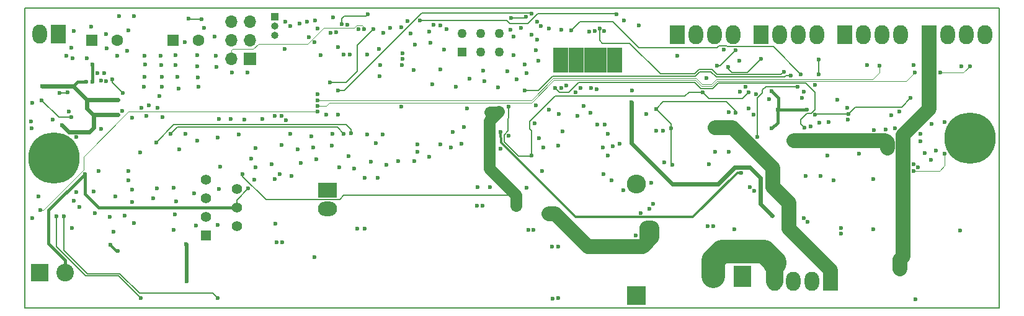
<source format=gbr>
G04 #@! TF.FileFunction,Copper,L3,Inr,Signal*
%FSLAX46Y46*%
G04 Gerber Fmt 4.6, Leading zero omitted, Abs format (unit mm)*
G04 Created by KiCad (PCBNEW 4.0.7) date 06/15/18 18:23:30*
%MOMM*%
%LPD*%
G01*
G04 APERTURE LIST*
%ADD10C,0.100000*%
%ADD11C,0.150000*%
%ADD12R,1.600000X1.600000*%
%ADD13C,1.600000*%
%ADD14R,2.600000X2.600000*%
%ADD15O,2.600000X2.600000*%
%ADD16C,7.000000*%
%ADD17R,1.700000X1.700000*%
%ADD18O,1.700000X1.700000*%
%ADD19R,1.000000X1.000000*%
%ADD20O,1.000000X1.000000*%
%ADD21R,2.350000X3.000000*%
%ADD22O,2.350000X3.000000*%
%ADD23C,1.270000*%
%ADD24R,1.270000X1.270000*%
%ADD25R,2.000000X2.600000*%
%ADD26O,2.000000X2.600000*%
%ADD27R,1.397000X1.397000*%
%ADD28C,1.397000*%
%ADD29R,1.100000X0.890000*%
%ADD30R,2.600000X2.000000*%
%ADD31O,2.600000X2.000000*%
%ADD32C,2.400000*%
%ADD33R,2.400000X2.400000*%
%ADD34C,0.600000*%
%ADD35C,0.159000*%
%ADD36C,0.200000*%
%ADD37C,0.125000*%
%ADD38C,1.570000*%
%ADD39C,2.000000*%
%ADD40C,3.200000*%
%ADD41C,2.400000*%
%ADD42C,0.415000*%
%ADD43C,0.500000*%
%ADD44C,0.300000*%
%ADD45C,0.555000*%
G04 APERTURE END LIST*
D10*
D11*
X25000000Y-164000000D02*
X25000000Y-123000000D01*
X158000000Y-164000000D02*
X25000000Y-164000000D01*
X158000000Y-123000000D02*
X158000000Y-164000000D01*
X25000000Y-123000000D02*
X158000000Y-123000000D01*
D12*
X45200000Y-127450000D03*
D13*
X48700000Y-127450000D03*
D12*
X34100000Y-127450000D03*
D13*
X37600000Y-127450000D03*
D14*
X108490000Y-162350000D03*
D15*
X108490000Y-147110000D03*
D16*
X154010000Y-140810000D03*
D17*
X55690000Y-129950000D03*
D18*
X53150000Y-129950000D03*
X55690000Y-127410000D03*
X53150000Y-127410000D03*
X55690000Y-124870000D03*
X53150000Y-124870000D03*
D19*
X59090000Y-124250000D03*
D20*
X59090000Y-125520000D03*
X59090000Y-126790000D03*
D21*
X122950000Y-159700000D03*
D22*
X118990000Y-159700000D03*
D23*
X84690000Y-126480000D03*
X87230000Y-126480000D03*
X89770000Y-126480000D03*
D24*
X84690000Y-129020000D03*
D23*
X87230000Y-129020000D03*
X89770000Y-129020000D03*
D25*
X125520000Y-126650000D03*
D26*
X128060000Y-126650000D03*
X130600000Y-126650000D03*
X133140000Y-126650000D03*
D25*
X114080000Y-126650000D03*
D26*
X116620000Y-126650000D03*
X119160000Y-126650000D03*
X121700000Y-126650000D03*
D25*
X136950000Y-126650000D03*
D26*
X139490000Y-126650000D03*
X142030000Y-126650000D03*
X144570000Y-126650000D03*
D25*
X148400000Y-126650000D03*
D26*
X150940000Y-126650000D03*
X153480000Y-126650000D03*
X156020000Y-126650000D03*
D27*
X49734000Y-154120000D03*
D28*
X53925000Y-152850000D03*
X49734000Y-151580000D03*
X53925000Y-150310000D03*
X49734000Y-149040000D03*
X53925000Y-147770000D03*
X49734000Y-146500000D03*
D29*
X106045000Y-131385000D03*
X106045000Y-130535000D03*
X106045000Y-128835000D03*
X106045000Y-129685000D03*
X104988750Y-129685000D03*
X104988750Y-128835000D03*
X104988750Y-130535000D03*
X104988750Y-131385000D03*
X103932500Y-131385000D03*
X103932500Y-130535000D03*
X103932500Y-128835000D03*
X103932500Y-129685000D03*
X102876250Y-129685000D03*
X102876250Y-128835000D03*
X102876250Y-130535000D03*
X102876250Y-131385000D03*
X101820000Y-131385000D03*
X101820000Y-130535000D03*
X101820000Y-128835000D03*
X101820000Y-129685000D03*
X100763750Y-129685000D03*
X100763750Y-128835000D03*
X100763750Y-130535000D03*
X100763750Y-131385000D03*
X99707500Y-131385000D03*
X99707500Y-130535000D03*
X99707500Y-128835000D03*
X99707500Y-129685000D03*
X98651250Y-129685000D03*
X98651250Y-128835000D03*
X98651250Y-130535000D03*
X98651250Y-131385000D03*
X97595000Y-131385000D03*
X97595000Y-130535000D03*
X97595000Y-128835000D03*
X97595000Y-129685000D03*
D16*
X29000000Y-143500000D03*
D30*
X66330000Y-147920000D03*
D31*
X66330000Y-150460000D03*
D25*
X29550000Y-126600000D03*
D26*
X27010000Y-126600000D03*
D32*
X30500000Y-159200000D03*
D33*
X27000000Y-159200000D03*
D25*
X134950000Y-160350000D03*
D26*
X132410000Y-160350000D03*
X129870000Y-160350000D03*
X127330000Y-160350000D03*
D34*
X51650000Y-144740000D03*
X51450000Y-147750000D03*
X48100000Y-148340000D03*
X51350000Y-152680000D03*
X48320000Y-152770000D03*
X135390000Y-146570000D03*
X91040000Y-136500000D03*
X94190000Y-143200000D03*
X132850000Y-137600000D03*
X117540000Y-134510000D03*
X123760000Y-134520000D03*
X145920000Y-135330000D03*
X137400000Y-137480000D03*
X150540000Y-138580000D03*
X146940000Y-144780000D03*
X83850000Y-133810000D03*
X73530000Y-130850000D03*
X73400000Y-132350000D03*
X67510000Y-126300000D03*
X73910000Y-126390000D03*
X72890000Y-141450000D03*
X71720000Y-140270000D03*
X73850000Y-140310000D03*
X46030000Y-142350000D03*
X56290000Y-146460000D03*
X61410000Y-145950000D03*
X59090000Y-146420000D03*
X41940000Y-136300000D03*
X41610000Y-137770000D03*
X47340000Y-124500000D03*
X49070000Y-124570000D03*
X82570000Y-125900000D03*
X81740000Y-125410000D03*
X80770000Y-125270000D03*
X80160000Y-126260000D03*
X77620000Y-126510000D03*
X74840000Y-125730000D03*
X76340000Y-125650000D03*
X64600000Y-124750000D03*
X62510000Y-125110000D03*
X60560000Y-124850000D03*
X61260000Y-125520000D03*
X63540000Y-124860000D03*
X105260000Y-141900000D03*
X104530000Y-140180000D03*
X105110000Y-146550000D03*
X104550000Y-143160000D03*
X103950000Y-145710000D03*
X106180000Y-141530000D03*
X103920000Y-142070000D03*
X81690000Y-131410000D03*
X87750000Y-133030000D03*
X90850000Y-131670000D03*
X87570000Y-131550000D03*
X85680000Y-132710000D03*
X91680000Y-126890000D03*
X93450000Y-131920000D03*
X94760000Y-128750000D03*
X92160000Y-132760000D03*
X91730000Y-129420000D03*
X91240000Y-126030000D03*
X92720000Y-125730000D03*
X80650000Y-133460000D03*
X82200000Y-128730000D03*
X80380000Y-127790000D03*
X78110000Y-131480000D03*
X78200000Y-128030000D03*
X54960000Y-138240000D03*
X51350000Y-140760000D03*
X46880000Y-140230000D03*
X48530000Y-141120000D03*
X54200000Y-140290000D03*
X89920000Y-142270000D03*
X84550000Y-141530000D03*
X88500000Y-147490000D03*
X93500000Y-147570000D03*
X86810000Y-147460000D03*
X83170000Y-142080000D03*
X81750000Y-141670000D03*
X78190000Y-143910000D03*
X80200000Y-143360000D03*
X83430000Y-139920000D03*
X74330000Y-144480000D03*
X75960000Y-143930000D03*
X73130000Y-146240000D03*
X72240000Y-144010000D03*
X69980000Y-144980000D03*
X69210000Y-143300000D03*
X64780000Y-143660000D03*
X62240000Y-142300000D03*
X64090000Y-140570000D03*
X60050000Y-141750000D03*
X58680000Y-144350000D03*
X61220000Y-140230000D03*
X64330000Y-142060000D03*
X62690000Y-144230000D03*
X66910000Y-141850000D03*
X67950000Y-144780000D03*
X71420000Y-146260000D03*
X56510000Y-144780000D03*
X39670000Y-149490000D03*
X39620000Y-147800000D03*
X42990000Y-147650000D03*
X37340000Y-148790000D03*
X45310000Y-147610000D03*
X45450000Y-151210000D03*
X39880000Y-152430000D03*
X37090000Y-153570000D03*
X34560000Y-151040000D03*
X31650000Y-149350000D03*
X31970000Y-148210000D03*
X34380000Y-148110000D03*
X32450000Y-150220000D03*
X36590000Y-151550000D03*
X38600000Y-151410000D03*
X45340000Y-153360000D03*
X45640000Y-149410000D03*
X31350000Y-128460000D03*
X34080000Y-125580000D03*
X36200000Y-128560000D03*
X38970000Y-128840000D03*
X39880000Y-124150000D03*
X37870000Y-124160000D03*
X39080000Y-126100000D03*
X37580000Y-129520000D03*
X36100000Y-126610000D03*
X31680000Y-126130000D03*
X30650000Y-129510000D03*
X49420000Y-125700000D03*
X46830000Y-127650000D03*
X45580000Y-129460000D03*
X57420000Y-138170000D03*
X53080000Y-138180000D03*
X43770000Y-137950000D03*
X43370000Y-135090000D03*
X43140000Y-136660000D03*
X51510000Y-138180000D03*
X41270000Y-133790000D03*
X41410000Y-130760000D03*
X43560000Y-129570000D03*
X41360000Y-129510000D03*
X41350000Y-132440000D03*
X45960000Y-133990000D03*
X43570000Y-130790000D03*
X43680000Y-133810000D03*
X43660000Y-132390000D03*
X45550000Y-130820000D03*
X48590000Y-132470000D03*
X48650000Y-133780000D03*
X48480000Y-131000000D03*
X45810000Y-132440000D03*
X55370000Y-131810000D03*
X51100000Y-129510000D03*
X51160000Y-131060000D03*
X53290000Y-131810000D03*
X48550000Y-129480000D03*
X50930000Y-126900000D03*
X95560000Y-145290000D03*
X60470000Y-128630000D03*
X123920000Y-147470000D03*
X114040000Y-129570000D03*
X125460000Y-129950000D03*
X111180000Y-136800000D03*
X39660000Y-137980000D03*
X113240000Y-139490000D03*
X113410000Y-144430000D03*
X118330000Y-144360000D03*
X59220000Y-152510000D03*
X59780000Y-145720000D03*
X146320000Y-145300000D03*
X132850000Y-133510000D03*
X126580000Y-135430000D03*
X121980000Y-137340000D03*
X100410000Y-137720000D03*
X100195000Y-134575000D03*
X120960000Y-131070000D03*
X112290000Y-144090000D03*
X67760000Y-128390000D03*
X31500000Y-129920000D03*
X33430000Y-129850000D03*
X34890000Y-131880000D03*
X25830000Y-138540000D03*
X25890000Y-139460000D03*
X134750000Y-138640000D03*
X137260000Y-136680000D03*
X89580000Y-133900000D03*
X35032340Y-145312460D03*
X42550000Y-148990000D03*
X26880000Y-148730000D03*
X26040000Y-151750000D03*
X40767660Y-142777540D03*
X150570000Y-142960000D03*
X149380000Y-142540000D03*
X144340000Y-137130000D03*
X152640000Y-153450000D03*
X139960000Y-130840000D03*
X146290000Y-130840000D03*
X152790000Y-130960000D03*
X66730000Y-126420000D03*
X67030000Y-124260000D03*
X66610000Y-133190000D03*
X72530000Y-125910000D03*
X64530000Y-157030000D03*
X71400000Y-153170000D03*
X70330000Y-153170000D03*
X98350000Y-139900000D03*
X108380000Y-154140000D03*
X54740000Y-145730000D03*
X92065000Y-150050000D03*
X88470000Y-137210000D03*
X92060000Y-148620000D03*
X89630000Y-137190000D03*
X109870000Y-153110000D03*
X110610000Y-153090000D03*
X97270000Y-151120000D03*
X96530000Y-151140000D03*
X121820000Y-153210000D03*
X34180000Y-133140000D03*
X34180000Y-130700000D03*
X47050000Y-160360000D03*
X47010000Y-155250000D03*
X28770000Y-138240000D03*
X32020000Y-140650000D03*
X121050000Y-142650000D03*
X119180000Y-142650000D03*
X131300000Y-151700000D03*
X131830000Y-152220000D03*
X121100000Y-139390000D03*
X119180000Y-139390000D03*
X144480000Y-158710000D03*
X144480000Y-157360000D03*
X123790000Y-136760000D03*
X97880000Y-137540000D03*
X109060000Y-151010000D03*
X133620000Y-146010000D03*
X140790000Y-146430000D03*
X106650000Y-147900000D03*
X110220000Y-150430000D03*
X95110000Y-130220000D03*
X96500000Y-136900000D03*
X104100000Y-126160000D03*
X106740000Y-124730000D03*
X102790000Y-126160000D03*
X107900000Y-134250000D03*
X103010000Y-134090000D03*
X101240000Y-136390000D03*
X98240000Y-133950000D03*
X110750000Y-149790000D03*
X140790000Y-153280000D03*
X110460000Y-146860000D03*
X104120000Y-138950000D03*
X103090000Y-138930000D03*
X148660000Y-143750000D03*
X102160000Y-137330000D03*
X102280000Y-133950000D03*
X64940000Y-137190000D03*
X27110000Y-150630000D03*
X146470000Y-131860000D03*
X149970000Y-131870000D03*
X154000000Y-130950000D03*
X64930000Y-136390000D03*
X64930000Y-135600000D03*
X141630000Y-130910000D03*
X119450000Y-130900000D03*
X121980000Y-128800000D03*
X117990000Y-132610000D03*
X64950000Y-134780000D03*
X118960000Y-152830000D03*
X118220000Y-152850000D03*
X96990000Y-155630000D03*
X97770000Y-155620000D03*
X97760000Y-162690000D03*
X97000000Y-162710000D03*
X71810000Y-123870000D03*
X68470000Y-129390000D03*
X60060000Y-137780000D03*
X35370000Y-132930000D03*
X39090000Y-145280000D03*
X94550000Y-138760000D03*
X143230000Y-137700000D03*
X68250000Y-125260000D03*
X124580000Y-147980000D03*
X131560000Y-145980000D03*
X98220000Y-125960000D03*
X108810000Y-125370000D03*
X142720000Y-142140000D03*
X129960000Y-141110000D03*
X130700000Y-141110000D03*
X125000000Y-140600000D03*
X99540000Y-126070000D03*
X130930000Y-132050000D03*
X130450000Y-133790000D03*
X134570000Y-143180000D03*
X133370000Y-130050000D03*
X133340000Y-132050000D03*
X103450000Y-125800000D03*
X128600000Y-131730000D03*
X138890000Y-142930000D03*
X133410000Y-138720000D03*
X102040000Y-126210000D03*
X137350000Y-138260000D03*
X100850000Y-133930000D03*
X131380000Y-139350000D03*
X66940000Y-140230000D03*
X97330000Y-133950000D03*
X84960000Y-139260000D03*
X89930000Y-139920000D03*
X122770000Y-145530000D03*
X25960000Y-136020000D03*
X35830000Y-131890000D03*
X31020000Y-137140000D03*
X124770000Y-134780000D03*
X124440000Y-137630000D03*
X109790000Y-137470000D03*
X131310000Y-134460000D03*
X147840000Y-142820000D03*
X147280000Y-141230000D03*
X122580000Y-134450000D03*
X135870000Y-135530000D03*
X35410000Y-139510000D03*
X71730000Y-129370000D03*
X111160000Y-139760000D03*
X112100000Y-139770000D03*
X148740000Y-138890000D03*
X78550000Y-141660000D03*
X78560000Y-142640000D03*
X67730000Y-137590000D03*
X95770000Y-142050000D03*
X122550000Y-130190000D03*
X120380000Y-128690000D03*
X94130000Y-123820000D03*
X67720000Y-134290000D03*
X129540000Y-132230000D03*
X66130000Y-137600000D03*
X93190000Y-134250000D03*
X71290000Y-125930000D03*
X70550000Y-125920000D03*
X73350000Y-128600000D03*
X64500000Y-127720000D03*
X63790000Y-127020000D03*
X76540000Y-129990000D03*
X94950000Y-127380000D03*
X96530000Y-125820000D03*
X131110000Y-135310000D03*
X123380000Y-133810000D03*
X94910000Y-124870000D03*
X93200000Y-130690000D03*
X76500000Y-130790000D03*
X97790000Y-141780000D03*
X76340000Y-136490000D03*
X140920000Y-139680000D03*
X146290000Y-144350000D03*
X59080000Y-137750000D03*
X65390000Y-129440000D03*
X64930000Y-125860000D03*
X77260000Y-124770000D03*
X78900000Y-124740000D03*
X105780000Y-123860000D03*
X143740000Y-139470000D03*
X142540000Y-139590000D03*
X68540000Y-140230000D03*
X44870000Y-140220000D03*
X40900000Y-136660000D03*
X29760000Y-134600000D03*
X30850000Y-134560000D03*
X69500000Y-140150000D03*
X42930000Y-141360000D03*
X31430000Y-153050000D03*
X132250000Y-139230000D03*
X95410000Y-125460000D03*
X76520000Y-129190000D03*
X94180000Y-126660000D03*
X127000000Y-151370000D03*
X107820000Y-135860000D03*
X98920000Y-133650000D03*
X146570000Y-162800000D03*
X136390000Y-153110000D03*
X136390000Y-153860000D03*
X33400000Y-133120000D03*
X33190000Y-145710000D03*
X55500000Y-147680000D03*
X30050000Y-139000000D03*
X33770000Y-139920000D03*
X37700000Y-137550000D03*
X27320000Y-133730000D03*
X37660000Y-135550000D03*
X59330000Y-155030000D03*
X60080000Y-155010000D03*
X94410000Y-153360000D03*
X93710000Y-153360000D03*
X87450000Y-150050000D03*
X86730000Y-150070000D03*
X36100000Y-133050000D03*
X147230000Y-140220000D03*
X93390000Y-124240000D03*
X91380000Y-124410000D03*
X69320000Y-129410000D03*
X60590000Y-138330000D03*
X56500000Y-142140000D03*
X55910000Y-143630000D03*
X39080000Y-146570000D03*
X95150000Y-140780000D03*
X69000000Y-125270000D03*
X121040000Y-137270000D03*
X131750000Y-136890000D03*
X126930000Y-139490000D03*
X127770000Y-136920000D03*
X126910000Y-134400000D03*
X91020000Y-140460000D03*
X94710000Y-136340000D03*
X85370000Y-136710000D03*
X36640000Y-155390000D03*
X37650000Y-156220000D03*
X38260000Y-137080000D03*
X36900000Y-132770000D03*
X38360000Y-134650000D03*
X31360000Y-137960000D03*
X27310000Y-135660000D03*
X30300000Y-151470000D03*
X51330000Y-162680000D03*
X29330000Y-151470000D03*
X40800000Y-162680000D03*
D35*
X94190000Y-143200000D02*
X94190000Y-139770000D01*
X115680000Y-134510000D02*
X117540000Y-134510000D01*
X115100000Y-135090000D02*
X115680000Y-134510000D01*
X97360000Y-135090000D02*
X115100000Y-135090000D01*
X93930000Y-138520000D02*
X97360000Y-135090000D01*
X93930000Y-139510000D02*
X93930000Y-138520000D01*
X94190000Y-139770000D02*
X93930000Y-139510000D01*
X90950000Y-139810000D02*
X91040000Y-136500000D01*
X90420000Y-140340000D02*
X90950000Y-139810000D01*
X90420000Y-141310000D02*
X90420000Y-140340000D01*
X92370000Y-143260000D02*
X90420000Y-141310000D01*
X94130000Y-143260000D02*
X92370000Y-143260000D01*
X94190000Y-143200000D02*
X94130000Y-143260000D01*
X132970000Y-137480000D02*
X137400000Y-137480000D01*
X132850000Y-137600000D02*
X132970000Y-137480000D01*
X118390000Y-135360000D02*
X117540000Y-134510000D01*
X123760000Y-134520000D02*
X122920000Y-135360000D01*
X122920000Y-135360000D02*
X118390000Y-135360000D01*
X145920000Y-135330000D02*
X144710000Y-136540000D01*
X144710000Y-136540000D02*
X138340000Y-136540000D01*
X138340000Y-136540000D02*
X137400000Y-137480000D01*
X47340000Y-124500000D02*
X47410000Y-124570000D01*
X47410000Y-124570000D02*
X49070000Y-124570000D01*
D36*
X121980000Y-137340000D02*
X121980000Y-137070000D01*
X112130000Y-135850000D02*
X111180000Y-136800000D01*
X120760000Y-135850000D02*
X112130000Y-135850000D01*
X121980000Y-137070000D02*
X120760000Y-135850000D01*
X120960000Y-131070000D02*
X120960000Y-131295498D01*
X120960000Y-131295498D02*
X121470000Y-131805498D01*
X121470000Y-131805498D02*
X123604502Y-131805498D01*
X123604502Y-131805498D02*
X125460000Y-129950000D01*
X113240000Y-138860000D02*
X113240000Y-139490000D01*
X111180000Y-136800000D02*
X113240000Y-138860000D01*
X113240000Y-139490000D02*
X113240000Y-144260000D01*
X113240000Y-144260000D02*
X113410000Y-144430000D01*
D37*
X146320000Y-145300000D02*
X149840000Y-145300000D01*
X150570000Y-144570000D02*
X150570000Y-142960000D01*
X149840000Y-145300000D02*
X150570000Y-144570000D01*
D35*
X68830000Y-133190000D02*
X66610000Y-133190000D01*
X70360000Y-131660000D02*
X68830000Y-133190000D01*
X70360000Y-128080000D02*
X70360000Y-131660000D01*
X72530000Y-125910000D02*
X70360000Y-128080000D01*
D36*
X92060000Y-148620000D02*
X68520000Y-148620000D01*
X54740000Y-146020000D02*
X54740000Y-145730000D01*
X57900000Y-149180000D02*
X54740000Y-146020000D01*
X67960000Y-149180000D02*
X57900000Y-149180000D01*
X68520000Y-148620000D02*
X67960000Y-149180000D01*
D38*
X92065000Y-150050000D02*
X92065000Y-148625000D01*
X92065000Y-148625000D02*
X92060000Y-148620000D01*
X88470000Y-137210000D02*
X89610000Y-137210000D01*
X89610000Y-137210000D02*
X89630000Y-137190000D01*
X88370000Y-144930000D02*
X92060000Y-148620000D01*
X88370000Y-138450000D02*
X88370000Y-144930000D01*
X89630000Y-137190000D02*
X88370000Y-138450000D01*
D39*
X109890000Y-153090000D02*
X109890000Y-155080000D01*
X109890000Y-155080000D02*
X109320000Y-155650000D01*
X110610000Y-153090000D02*
X109890000Y-153090000D01*
X109890000Y-153090000D02*
X109870000Y-153110000D01*
X97270000Y-151120000D02*
X97330000Y-151120000D01*
X97330000Y-151120000D02*
X101860000Y-155650000D01*
X101860000Y-155650000D02*
X109320000Y-155650000D01*
X110610000Y-154360000D02*
X110610000Y-153090000D01*
X109320000Y-155650000D02*
X110610000Y-154360000D01*
X97270000Y-151120000D02*
X96550000Y-151120000D01*
X96550000Y-151120000D02*
X96530000Y-151140000D01*
X96550000Y-151120000D02*
X96530000Y-151140000D01*
D40*
X118990000Y-157480000D02*
X118990000Y-159700000D01*
X120160000Y-156310000D02*
X118990000Y-157480000D01*
X125930000Y-156310000D02*
X120160000Y-156310000D01*
X127330000Y-157710000D02*
X125930000Y-156310000D01*
X127330000Y-157870000D02*
X127330000Y-157710000D01*
D41*
X127330000Y-160350000D02*
X127330000Y-157870000D01*
D42*
X34180000Y-133140000D02*
X34180000Y-130700000D01*
D43*
X47010000Y-155250000D02*
X47050000Y-155290000D01*
X47050000Y-155290000D02*
X47050000Y-160360000D01*
D39*
X121590000Y-139390000D02*
X121100000Y-139390000D01*
X127100000Y-144900000D02*
X121590000Y-139390000D01*
X127100000Y-147500000D02*
X127100000Y-144900000D01*
X129250000Y-149650000D02*
X127100000Y-147500000D01*
X129250000Y-153170000D02*
X129250000Y-149650000D01*
X134950000Y-158870000D02*
X129250000Y-153170000D01*
X134950000Y-158870000D02*
X134950000Y-160350000D01*
X119180000Y-139390000D02*
X121100000Y-139390000D01*
X144480000Y-157360000D02*
X144480000Y-158710000D01*
X148400000Y-126650000D02*
X148400000Y-136820000D01*
X144860000Y-156980000D02*
X144480000Y-157360000D01*
X144860000Y-140360000D02*
X144860000Y-156980000D01*
X148400000Y-136820000D02*
X144860000Y-140360000D01*
D37*
X64940000Y-137190000D02*
X39160000Y-137190000D01*
X27510000Y-150630000D02*
X27110000Y-150630000D01*
X32990000Y-145150000D02*
X27510000Y-150630000D01*
X32990000Y-143360000D02*
X32990000Y-145150000D01*
X39160000Y-137190000D02*
X32990000Y-143360000D01*
X66150000Y-136390000D02*
X66580000Y-135960000D01*
X66580000Y-135960000D02*
X94160000Y-135960000D01*
X94160000Y-135960000D02*
X97240000Y-132880000D01*
X97240000Y-132880000D02*
X116490000Y-132880000D01*
X116490000Y-132880000D02*
X117340000Y-133730000D01*
X117340000Y-133730000D02*
X118770000Y-133730000D01*
X118770000Y-133730000D02*
X119490000Y-133010000D01*
X119490000Y-133010000D02*
X145320000Y-133010000D01*
X145320000Y-133010000D02*
X146470000Y-131860000D01*
X149970000Y-131870000D02*
X149990000Y-131850000D01*
X149990000Y-131850000D02*
X153100000Y-131850000D01*
X153100000Y-131850000D02*
X154000000Y-130950000D01*
X64930000Y-136390000D02*
X66150000Y-136390000D01*
X64930000Y-135600000D02*
X94160000Y-135600000D01*
X141630000Y-131860000D02*
X141630000Y-130910000D01*
X140750000Y-132740000D02*
X141630000Y-131860000D01*
X119370000Y-132740000D02*
X140750000Y-132740000D01*
X118680000Y-133430000D02*
X119370000Y-132740000D01*
X117430000Y-133430000D02*
X118680000Y-133430000D01*
X116620000Y-132620000D02*
X117430000Y-133430000D01*
X97140000Y-132620000D02*
X116620000Y-132620000D01*
X94160000Y-135600000D02*
X97140000Y-132620000D01*
D35*
X119880000Y-130900000D02*
X119450000Y-130900000D01*
X121980000Y-128800000D02*
X119880000Y-130900000D01*
D36*
X68250000Y-124500000D02*
X68250000Y-125260000D01*
X68600000Y-124150000D02*
X68250000Y-124500000D01*
X71530000Y-124150000D02*
X68600000Y-124150000D01*
X71810000Y-123870000D02*
X71530000Y-124150000D01*
D39*
X142720000Y-141400000D02*
X142720000Y-142140000D01*
X130700000Y-141110000D02*
X142430000Y-141110000D01*
X142430000Y-141110000D02*
X142720000Y-141400000D01*
X129960000Y-141110000D02*
X130700000Y-141110000D01*
D35*
X125000000Y-140600000D02*
X125000000Y-135290000D01*
X100760000Y-124850000D02*
X99540000Y-126070000D01*
X105240000Y-124850000D02*
X100760000Y-124850000D01*
X108820000Y-128430000D02*
X105240000Y-124850000D01*
X119440000Y-128430000D02*
X108820000Y-128430000D01*
X119720000Y-128150000D02*
X119440000Y-128430000D01*
X120770000Y-128150000D02*
X119720000Y-128150000D01*
X120910000Y-128290000D02*
X120770000Y-128150000D01*
X127170000Y-128290000D02*
X120910000Y-128290000D01*
X130930000Y-132050000D02*
X127170000Y-128290000D01*
X126120000Y-133790000D02*
X130450000Y-133790000D01*
X125680000Y-134230000D02*
X126120000Y-133790000D01*
X125680000Y-134610000D02*
X125680000Y-134230000D01*
X125000000Y-135290000D02*
X125680000Y-134610000D01*
X133340000Y-132050000D02*
X133340000Y-130080000D01*
X103450000Y-125800000D02*
X103450000Y-127450000D01*
X128220000Y-132110000D02*
X128600000Y-131730000D01*
X119460000Y-132110000D02*
X128220000Y-132110000D01*
X118780000Y-131430000D02*
X119460000Y-132110000D01*
X117010000Y-131430000D02*
X118780000Y-131430000D01*
X116420000Y-132020000D02*
X117010000Y-131430000D01*
X111740000Y-132020000D02*
X116420000Y-132020000D01*
X107540000Y-127820000D02*
X111740000Y-132020000D01*
X103820000Y-127820000D02*
X107540000Y-127820000D01*
X103450000Y-127450000D02*
X103820000Y-127820000D01*
X133340000Y-130080000D02*
X133370000Y-130050000D01*
X131380000Y-139350000D02*
X130900000Y-138870000D01*
X130900000Y-138870000D02*
X130900000Y-138260000D01*
X130900000Y-138260000D02*
X131760000Y-137400000D01*
X131760000Y-137400000D02*
X132300000Y-137400000D01*
X132300000Y-137400000D02*
X132820000Y-136880000D01*
X132820000Y-136880000D02*
X132820000Y-134500000D01*
X132820000Y-134500000D02*
X131600000Y-133280000D01*
X131600000Y-133280000D02*
X119610000Y-133280000D01*
X119610000Y-133280000D02*
X118890000Y-134000000D01*
X118890000Y-134000000D02*
X117232402Y-134000000D01*
X117232402Y-134000000D02*
X116392402Y-133160000D01*
X116392402Y-133160000D02*
X100600000Y-133160000D01*
X100600000Y-133160000D02*
X99210000Y-134550000D01*
X99210000Y-134550000D02*
X97930000Y-134550000D01*
X97930000Y-134550000D02*
X97330000Y-133950000D01*
D44*
X122770000Y-145530000D02*
X122240000Y-145530000D01*
X90020000Y-141440000D02*
X89930000Y-139920000D01*
X100170000Y-151590000D02*
X90020000Y-141440000D01*
X116180000Y-151590000D02*
X100170000Y-151590000D01*
X122240000Y-145530000D02*
X116180000Y-151590000D01*
D35*
X94130000Y-123820000D02*
X94040000Y-123730000D01*
X94040000Y-123730000D02*
X79160000Y-123730000D01*
X79160000Y-123730000D02*
X68600000Y-134290000D01*
X68600000Y-134290000D02*
X67720000Y-134290000D01*
X116532498Y-132320000D02*
X97010000Y-132320000D01*
X128902498Y-132230000D02*
X128680000Y-132452498D01*
X128680000Y-132452498D02*
X119392498Y-132452498D01*
X119392498Y-132452498D02*
X118660000Y-131720000D01*
X118660000Y-131720000D02*
X117132498Y-131720000D01*
X117132498Y-131720000D02*
X116532498Y-132320000D01*
X129540000Y-132230000D02*
X128902498Y-132230000D01*
X95080000Y-134250000D02*
X93190000Y-134250000D01*
X97010000Y-132320000D02*
X95080000Y-134250000D01*
D37*
X71290000Y-125930000D02*
X71290000Y-125620000D01*
X53150000Y-128780000D02*
X53150000Y-129950000D01*
X53310000Y-128620000D02*
X53150000Y-128780000D01*
X56150000Y-128620000D02*
X53310000Y-128620000D01*
X56870000Y-127900000D02*
X56150000Y-128620000D01*
X63610000Y-127900000D02*
X56870000Y-127900000D01*
X65800000Y-125760000D02*
X63610000Y-127900000D01*
X69930000Y-125760000D02*
X65800000Y-125760000D01*
X70240000Y-125400000D02*
X69930000Y-125760000D01*
X71070000Y-125400000D02*
X70240000Y-125400000D01*
X71290000Y-125620000D02*
X71070000Y-125400000D01*
D35*
X90760000Y-124740000D02*
X78900000Y-124740000D01*
X91180000Y-125160000D02*
X90760000Y-124740000D01*
X93660000Y-125160000D02*
X91180000Y-125160000D01*
X95000000Y-123820000D02*
X93660000Y-125160000D01*
X105740000Y-123820000D02*
X95000000Y-123820000D01*
X105780000Y-123860000D02*
X105740000Y-123820000D01*
X68540000Y-140230000D02*
X67620000Y-139310000D01*
X67620000Y-139310000D02*
X45780000Y-139310000D01*
X45780000Y-139310000D02*
X44870000Y-140220000D01*
X30810000Y-134600000D02*
X29760000Y-134600000D01*
X30850000Y-134560000D02*
X30810000Y-134600000D01*
X69500000Y-139580000D02*
X69500000Y-140150000D01*
X68870000Y-138950000D02*
X69500000Y-139580000D01*
X45340000Y-138950000D02*
X68870000Y-138950000D01*
X42930000Y-141360000D02*
X45340000Y-138950000D01*
D45*
X107820000Y-135860000D02*
X107820000Y-141450000D01*
X125430000Y-149800000D02*
X127000000Y-151370000D01*
X125430000Y-146210000D02*
X125430000Y-149800000D01*
X123990000Y-144770000D02*
X125430000Y-146210000D01*
X121870000Y-144770000D02*
X123990000Y-144770000D01*
X119610678Y-147029322D02*
X121870000Y-144770000D01*
X113399322Y-147029322D02*
X119610678Y-147029322D01*
X107820000Y-141450000D02*
X113399322Y-147029322D01*
D42*
X33400000Y-133120000D02*
X32220000Y-133120000D01*
X32220000Y-133120000D02*
X31610000Y-133730000D01*
X33190000Y-145710000D02*
X33190000Y-148410000D01*
X35090000Y-150310000D02*
X53925000Y-150310000D01*
X33190000Y-148410000D02*
X35090000Y-150310000D01*
X30500000Y-159200000D02*
X30500000Y-157470000D01*
X28240000Y-155210000D02*
X28240000Y-150660000D01*
X28240000Y-150660000D02*
X33190000Y-145710000D01*
X30500000Y-157470000D02*
X28240000Y-155210000D01*
D36*
X53925000Y-149255000D02*
X53925000Y-150310000D01*
X55500000Y-147680000D02*
X53925000Y-149255000D01*
D45*
X30970000Y-139920000D02*
X33770000Y-139920000D01*
X30050000Y-139000000D02*
X30970000Y-139920000D01*
X34360000Y-137550000D02*
X34360000Y-139330000D01*
X34360000Y-139330000D02*
X33770000Y-139920000D01*
X33490000Y-135550000D02*
X33490000Y-136760000D01*
X34280000Y-137550000D02*
X34360000Y-137550000D01*
X34360000Y-137550000D02*
X37700000Y-137550000D01*
X33490000Y-136760000D02*
X34280000Y-137550000D01*
X27320000Y-133730000D02*
X31610000Y-133730000D01*
X33430000Y-135550000D02*
X33490000Y-135550000D01*
X33490000Y-135550000D02*
X37660000Y-135550000D01*
X31610000Y-133730000D02*
X33430000Y-135550000D01*
D36*
X93390000Y-124240000D02*
X93220000Y-124410000D01*
X93220000Y-124410000D02*
X91380000Y-124410000D01*
D42*
X131750000Y-136890000D02*
X131720000Y-136920000D01*
X131720000Y-136920000D02*
X127770000Y-136920000D01*
X127770000Y-136920000D02*
X127770000Y-138650000D01*
X127770000Y-138650000D02*
X126930000Y-139490000D01*
X127820000Y-136870000D02*
X127820000Y-135310000D01*
X127820000Y-135310000D02*
X126910000Y-134400000D01*
X127770000Y-136920000D02*
X127820000Y-136870000D01*
D44*
X36640000Y-155390000D02*
X37470000Y-156220000D01*
X37470000Y-156220000D02*
X37650000Y-156220000D01*
D35*
X36900000Y-133190000D02*
X36900000Y-132770000D01*
X38360000Y-134650000D02*
X36900000Y-133190000D01*
X29610000Y-137960000D02*
X31360000Y-137960000D01*
X27310000Y-135660000D02*
X29610000Y-137960000D01*
D36*
X30300000Y-156090000D02*
X30300000Y-151470000D01*
X33514998Y-159304998D02*
X30300000Y-156090000D01*
X37974998Y-159304998D02*
X33514998Y-159304998D01*
X40620000Y-161950000D02*
X37974998Y-159304998D01*
X50600000Y-161950000D02*
X40620000Y-161950000D01*
X51330000Y-162680000D02*
X50600000Y-161950000D01*
X29330000Y-155660000D02*
X29330000Y-151470000D01*
X33300000Y-159630000D02*
X29330000Y-155660000D01*
X37750000Y-159630000D02*
X33300000Y-159630000D01*
X40800000Y-162680000D02*
X37750000Y-159630000D01*
M02*

</source>
